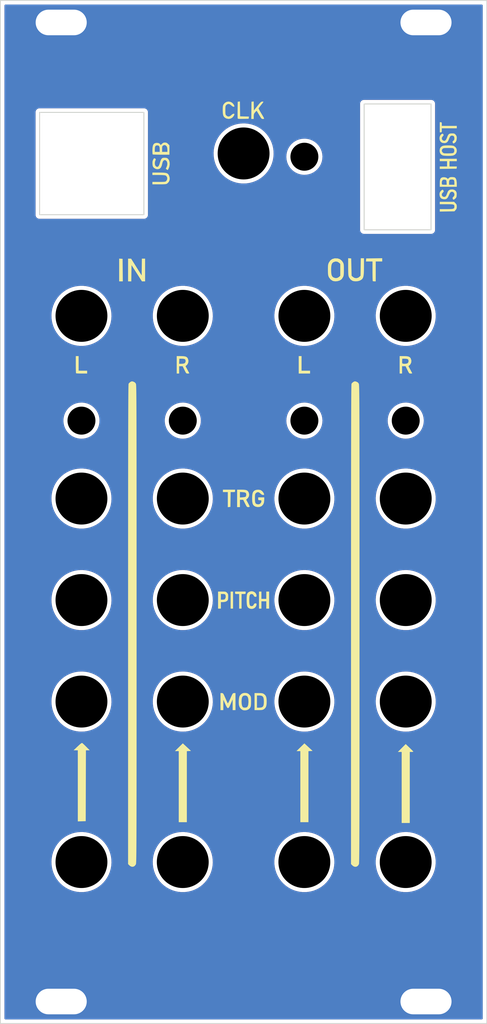
<source format=kicad_pcb>
(kicad_pcb (version 20211014) (generator pcbnew)
  (layers (0 "F.Cu" signal) (31 "B.Cu" signal) (34 "B.Paste" user) (35 "F.Paste" user) (36 "B.SilkS" user "B.Silkscreen") (37 "F.SilkS" user "F.Silkscreen") (38 "B.Mask" user) (39 "F.Mask" user) (44 "Edge.Cuts" user))
  (net 0 "")
  (net 1 "shielding")
  (footprint "Potentiometer:Bourns_PTV09A-X_Hole" (layer "F.Cu") (at 91.435 157.48)
    (fp_text reference "RV2" hide)
    (fp_text value "Channel_2_Mod_Input_Gain")
    (pad "" np_thru_hole circle (at 0 -7) (size 6.5 6.5) (drill 6.5) (layers *.Mask))
  )
  (footprint "Misc:LED_D3.0mm_Hole" (layer "F.Cu") (at 106.68 60.96 -90)
    (fp_text reference "D5" hide)
    (fp_text value "LED")
    (pad "" np_thru_hole circle (at 1.27 0 270) (size 3.5 3.5) (drill 3.5) (layers *.Mask))
  )
  (footprint "Potentiometer:Bourns_PTV09A-X_Hole" (layer "F.Cu") (at 106.675 157.48)
    (fp_text reference "RV3" hide)
    (fp_text value "Channel_1_Mod_Output_Gain")
    (pad "" np_thru_hole circle (at 0 -7) (size 6.5 6.5) (drill 6.5) (layers *.Mask))
  )
  (footprint "Misc:Screw_Slots" (layer "F.Cu") (at 76.2 106.68)
    (fp_text reference "REF**" hide)
    (fp_text value "Screw_Slots")
    (pad "1" thru_hole oval (at 0 -61.25) (size 7.4 4.2) (drill oval 6.4 3.2) (layers *.Cu *.Mask) (net 1 "shielding"))
    (pad "1" thru_hole oval (at 0 61.25) (size 7.4 4.2) (drill oval 6.4 3.2) (layers *.Cu *.Mask) (net 1 "shielding"))
  )
  (footprint "Perfboard:3.5mm Jack Perfboard_Hole" (layer "F.Cu") (at 106.68 104.14)
    (fp_text reference "OJ5" hide)
    (fp_text value "Input")
    (pad "" np_thru_hole circle (at 0 0.86) (size 6.5 6.5) (drill 6.5) (layers *.Mask))
  )
  (footprint "Perfboard:3.5mm Jack Perfboard_Hole" (layer "F.Cu") (at 119.38 116.84)
    (fp_text reference "OJ4" hide)
    (fp_text value "Input")
    (pad "" np_thru_hole circle (at 0 0.86) (size 6.5 6.5) (drill 6.5) (layers *.Mask))
  )
  (footprint "Perfboard:3.5mm Jack Perfboard_Hole" (layer "F.Cu") (at 106.68 129.54)
    (fp_text reference "OJ1" hide)
    (fp_text value "Input")
    (pad "" np_thru_hole circle (at 0 0.86) (size 6.5 6.5) (drill 6.5) (layers *.Mask))
  )
  (footprint "Potentiometer:Bourns_PTV09A-X_Hole" (layer "F.Cu") (at 119.375 157.48)
    (fp_text reference "RV4" hide)
    (fp_text value "Channel_2_Mod_Output_Gain")
    (pad "" np_thru_hole circle (at 0 -7) (size 6.5 6.5) (drill 6.5) (layers *.Mask))
  )
  (footprint "Perfboard:3.5mm Jack Perfboard_Hole" (layer "F.Cu") (at 106.68 81.28)
    (fp_text reference "OJ7" hide)
    (fp_text value "Input")
    (pad "" np_thru_hole circle (at 0 0.86) (size 6.5 6.5) (drill 6.5) (layers *.Mask))
  )
  (footprint "Perfboard:3.5mm Jack Perfboard_Hole" (layer "F.Cu") (at 91.44 104.14)
    (fp_text reference "IJ6" hide)
    (fp_text value "Input")
    (pad "" np_thru_hole circle (at 0 0.86) (size 6.5 6.5) (drill 6.5) (layers *.Mask))
  )
  (footprint "Perfboard:3.5mm Jack Perfboard_Hole" (layer "F.Cu") (at 119.38 104.14)
    (fp_text reference "OJ6" hide)
    (fp_text value "Input")
    (pad "" np_thru_hole circle (at 0 0.86) (size 6.5 6.5) (drill 6.5) (layers *.Mask))
  )
  (footprint "Perfboard:3.5mm Jack Perfboard_Hole" (layer "F.Cu") (at 91.44 81.28)
    (fp_text reference "IJ8" hide)
    (fp_text value "Input")
    (pad "" np_thru_hole circle (at 0 0.86) (size 6.5 6.5) (drill 6.5) (layers *.Mask))
  )
  (footprint "Perfboard:3.5mm Jack Perfboard_Hole" (layer "F.Cu") (at 78.74 104.14)
    (fp_text reference "IJ5" hide)
    (fp_text value "Input")
    (pad "" np_thru_hole circle (at 0 0.86) (size 6.5 6.5) (drill 6.5) (layers *.Mask))
  )
  (footprint "Teensy:USB_A_Upright" (layer "F.Cu") (at 114.3 63.5 -90)
    (fp_text reference "J2" hide)
    (fp_text value "USB_A")
    (fp_rect (start -7.874001 -8.25) (end 7.873999 0.132) (layer "Edge.Cuts") (width 0.12) (fill none))
  )
  (footprint "Perfboard:3.5mm Jack Perfboard_Hole" (layer "F.Cu") (at 119.38 81.28)
    (fp_text reference "OJ8" hide)
    (fp_text value "Input")
    (pad "" np_thru_hole circle (at 0 0.86) (size 6.5 6.5) (drill 6.5) (layers *.Mask))
  )
  (footprint "Misc:LED_D3.0mm_Hole" (layer "F.Cu") (at 105.41 95.25)
    (fp_text reference "D3" hide)
    (fp_text value "LED")
    (pad "" np_thru_hole circle (at 1.27 0) (size 3.5 3.5) (drill 3.5) (layers *.Mask))
  )
  (footprint "Misc:LED_D3.0mm_Hole" (layer "F.Cu") (at 90.17 95.25)
    (fp_text reference "D2" hide)
    (fp_text value "LED")
    (pad "" np_thru_hole circle (at 1.27 0) (size 3.5 3.5) (drill 3.5) (layers *.Mask))
  )
  (footprint "Perfboard:3.5mm Jack Perfboard_Hole" (layer "F.Cu") (at 91.44 116.84)
    (fp_text reference "IJ4" hide)
    (fp_text value "Input")
    (pad "" np_thru_hole circle (at 0 0.86) (size 6.5 6.5) (drill 6.5) (layers *.Mask))
  )
  (footprint "Misc:LED_D3.0mm_Hole" (layer "F.Cu") (at 77.47 95.25)
    (fp_text reference "D1" hide)
    (fp_text value "LED")
    (pad "" np_thru_hole circle (at 1.27 0) (size 3.5 3.5) (drill 3.5) (layers *.Mask))
  )
  (footprint "Perfboard:3.5mm Jack Perfboard_Hole" (layer "F.Cu") (at 78.74 81.28)
    (fp_text reference "IJ7" hide)
    (fp_text value "Input")
    (pad "" np_thru_hole circle (at 0 0.86) (size 6.5 6.5) (drill 6.5) (layers *.Mask))
  )
  (footprint "Perfboard:3.5mm Jack Perfboard_Hole" (layer "F.Cu") (at 78.74 116.84)
    (fp_text reference "IJ3" hide)
    (fp_text value "Input")
    (pad "" np_thru_hole circle (at 0 0.86) (size 6.5 6.5) (drill 6.5) (layers *.Mask))
  )
  (footprint "Misc:LED_D3.0mm_Hole" (layer "F.Cu") (at 118.11 95.25)
    (fp_text reference "D4" hide)
    (fp_text value "LED")
    (pad "" np_thru_hole circle (at 1.27 0) (size 3.5 3.5) (drill 3.5) (layers *.Mask))
  )
  (footprint "Potentiometer:Bourns_PTV09A-X_Hole" (layer "F.Cu") (at 78.74 157.48)
    (fp_text reference "RV1" hide)
    (fp_text value "Channel_1_Mod_Input_Gain")
    (pad "" np_thru_hole circle (at 0 -7) (size 6.5 6.5) (drill 6.5) (layers *.Mask))
  )
  (footprint "Perfboard:3.5mm Jack Perfboard_Hole" (layer "F.Cu") (at 78.74 129.54)
    (fp_text reference "IJ1" hide)
    (fp_text value "Input")
    (pad "" np_thru_hole circle (at 0 0.86) (size 6.5 6.5) (drill 6.5) (layers *.Mask))
  )
  (footprint "Perfboard:3.5mm Jack Perfboard_Hole" (layer "F.Cu") (at 91.44 129.54)
    (fp_text reference "IJ2" hide)
    (fp_text value "Input")
    (pad "" np_thru_hole circle (at 0 0.86) (size 6.5 6.5) (drill 6.5) (layers *.Mask))
  )
  (footprint "Connector_USB:USB_B_TE_5787834_Vertical" (layer "F.Cu") (at 81.28 60.96)
    (fp_text reference "J1" hide)
    (fp_text value "USB_B")
    (fp_rect (start -7.787374 -4.278271) (end 5.284198 8.524116) (layer "Edge.Cuts") (width 0.12) (fill none))
  )
  (footprint "Perfboard:3.5mm Jack Perfboard_Hole" (layer "F.Cu") (at 106.68 116.84)
    (fp_text reference "OJ3" hide)
    (fp_text value "Input")
    (pad "" np_thru_hole circle (at 0 0.86) (size 6.5 6.5) (drill 6.5) (layers *.Mask))
  )
  (footprint "Misc:Screw_Slots" (layer "F.Cu") (at 121.92 106.68)
    (fp_text reference "REF**" hide)
    (fp_text value "Screw_Slots")
    (pad "1" thru_hole oval (at 0 61.25) (size 7.4 4.2) (drill oval 6.4 3.2) (layers *.Cu *.Mask) (net 1 "shielding"))
    (pad "1" thru_hole oval (at 0 -61.25) (size 7.4 4.2) (drill oval 6.4 3.2) (layers *.Cu *.Mask) (net 1 "shielding"))
  )
  (footprint "Perfboard:3.5mm Jack Perfboard_Hole" (layer "F.Cu") (at 99.06 60.96)
    (fp_text reference "OJ9" hide)
    (fp_text value "Input")
    (pad "" np_thru_hole circle (at 0 0.86) (size 6.5 6.5) (drill 6.5) (layers *.Mask))
  )
  (footprint "Perfboard:3.5mm Jack Perfboard_Hole" (layer "F.Cu") (at 119.38 129.54)
    (fp_text reference "OJ2" hide)
    (fp_text value "Input")
    (pad "" np_thru_hole circle (at 0 0.86) (size 6.5 6.5) (drill 6.5) (layers *.Mask))
  )
  (footprint "LOGO" (layer "F.Cu") (at 99.06 106.68)
    (fp_text reference "G***" hide)
    (fp_text value "LOGO" hide)
    (fp_poly (pts (xy 26.548079 -38.63848) (xy 26.655091 -38.517091) (xy 26.705986 -38.403372) (xy 26.720518 -38.248028) (xy 26.7208 -38.207482) (xy 26.708721 -38.028159) (xy 26.660812 -37.898634) (xy 26.57268 -37.783302) (xy 26.424561 -37.6174) (xy 25.50588 -37.601494) (xy 24.5872 -37.585587) (xy 24.5872 -37.8968) (xy 25.421771 -37.8968) (xy 25.763337 -37.898762) (xy 26.01648 -37.9075) (xy 26.194343 -37.927294) (xy 26.310073 -37.962422) (xy 26.376815 -38.017165) (xy 26.407714 -38.095802) (xy 26.415914 -38.202612) (xy 26.416 -38.220469) (xy 26.411397 -38.319362) (xy 26.388694 -38.392385) (xy 26.334549 -38.443449) (xy 26.235619 -38.476466) (xy 26.078561 -38.495346) (xy 25.850034 -38.504001) (xy 25.536696 -38.506343) (xy 25.44064 -38.5064) (xy 24.5872 -38.5064) (xy 24.5872 -38.8112) (xy 26.37536 -38.8112)) (layer "F.SilkS") (width 0) (fill solid))
    (fp_poly (pts (xy 2.051605 -2.765673) (xy 2.182917 -2.718567) (xy 2.354188 -2.585318) (xy 2.497187 -2.394269) (xy 2.562158 -2.2479) (xy 2.574759 -2.168744) (xy 2.527995 -2.138035) (xy 2.438411 -2.1336) (xy 2.296669 -2.164039) (xy 2.155806 -2.266605) (xy 2.11149 -2.3114) (xy 1.938556 -2.448989) (xy 1.773189 -2.485639) (xy 1.613271 -2.42155) (xy 1.54709 -2.36451) (xy 1.49071 -2.301027) (xy 1.454457 -2.231082) (xy 1.433927 -2.131693) (xy 1.424716 -1.979878) (xy 1.42242 -1.752656) (xy 1.4224 -1.713819) (xy 1.427289 -1.436797) (xy 1.446428 -1.243296) (xy 1.486526 -1.115518) (xy 1.554288 -1.035665) (xy 1.656423 -0.985938) (xy 1.701858 -0.972268) (xy 1.907707 -0.960058) (xy 2.07784 -1.032952) (xy 2.193315 -1.176683) (xy 2.2352 -1.373991) (xy 2.217298 -1.439072) (xy 2.146086 -1.467791) (xy 2.032 -1.4732) (xy 1.901898 -1.478583) (xy 1.84408 -1.511818) (xy 1.829254 -1.598536) (xy 1.8288 -1.651) (xy 1.8288 -1.8288) (xy 2.5908 -1.8288) (xy 2.590721 -1.5113) (xy 2.558821 -1.194737) (xy 2.460158 -0.94805) (xy 2.290023 -0.760667) (xy 2.240387 -0.724913) (xy 2.019821 -0.632967) (xy 1.764523 -0.611949) (xy 1.513542 -0.662936) (xy 1.425532 -0.702426) (xy 1.280966 -0.801004) (xy 1.179141 -0.928136) (xy 1.113735 -1.101285) (xy 1.078425 -1.337915) (xy 1.066889 -1.655491) (xy 1.0668 -1.693331) (xy 1.076403 -2.027113) (xy 1.108899 -2.277825) (xy 1.169816 -2.462502) (xy 1.264683 -2.598179) (xy 1.392934 -2.698208) (xy 1.585281 -2.769179) (xy 1.820572 -2.792073)) (layer "F.SilkS") (width 0) (fill solid))
    (fp_poly (pts (xy -10.243307 -42.465452) (xy -9.961225 -42.452358) (xy -9.751253 -42.424949) (xy -9.59871 -42.378653) (xy -9.488919 -42.308899) (xy -9.407199 -42.211116) (xy -9.338872 -42.080733) (xy -9.334511 -42.070944) (xy -9.258294 -41.792825) (xy -9.274077 -41.528175) (xy -9.377695 -41.293262) (xy -9.56498 -41.104353) (xy -9.585703 -41.090226) (xy -9.650563 -41.054949) (xy -9.732624 -41.02962) (xy -9.848665 -41.012648) (xy -10.015465 -41.002439) (xy -10.249804 -40.9974) (xy -10.56846 -40.99594) (xy -10.5791 -40.995935) (xy -11.43 -40.9956) (xy -11.43 -41.3004) (xy -10.6172 -41.3004) (xy -10.309327 -41.301378) (xy -10.08651 -41.305522) (xy -9.932213 -41.314648) (xy -9.829902 -41.330574) (xy -9.763041 -41.355115) (xy -9.715095 -41.390088) (xy -9.704093 -41.400708) (xy -9.59806 -41.565031) (xy -9.56675 -41.749708) (xy -9.606851 -41.925793) (xy -9.715053 -42.06434) (xy -9.784824 -42.106611) (xy -9.888968 -42.129851) (xy -10.078845 -42.147842) (xy -10.338674 -42.159562) (xy -10.652678 -42.163989) (xy -10.670391 -42.164) (xy -11.43 -42.164) (xy -11.43 -42.4688) (xy -10.612178 -42.4688)) (layer "F.SilkS") (width 0) (fill solid))
    (fp_poly (pts (xy -12.3444 -28.8544) (xy -12.740069 -28.8544) (xy -13.393135 -29.870121) (xy -14.0462 -30.885841) (xy -14.059952 -29.870121) (xy -14.073704 -28.8544) (xy -14.478 -28.8544) (xy -14.478 -31.6992) (xy -14.097 -31.69885) (xy -13.4366 -30.647501) (xy -12.7762 -29.596151) (xy -12.76247 -30.647676) (xy -12.748739 -31.6992) (xy -12.3444 -31.6992)) (layer "F.SilkS") (width 0) (fill solid))
    (fp_poly (pts (xy 0.033624 -2.786006) (xy 0.259331 -2.757403) (xy 0.420802 -2.701265) (xy 0.536257 -2.610661) (xy 0.623915 -2.478664) (xy 0.639919 -2.446259) (xy 0.704108 -2.202595) (xy 0.672213 -1.964073) (xy 0.548244 -1.751409) (xy 0.494713 -1.696676) (xy 0.322757 -1.53909) (xy 0.541738 -1.137845) (xy 0.639464 -0.952196) (xy 0.714866 -0.796433) (xy 0.756593 -0.694579) (xy 0.761359 -0.6731) (xy 0.715632 -0.627475) (xy 0.591203 -0.60963) (xy 0.584709 -0.6096) (xy 0.502237 -0.613706) (xy 0.439006 -0.637096) (xy 0.380234 -0.696379) (xy 0.311139 -0.808164) (xy 0.216938 -0.98906) (xy 0.1778 -1.0668) (xy -0.05182 -1.524) (xy -0.4572 -1.524) (xy -0.4572 -0.6096) (xy -0.8128 -0.6096) (xy -0.8128 -2.501036) (xy -0.4572 -2.501036) (xy -0.4572 -1.816965) (xy -0.127142 -1.837981) (xy 0.050767 -1.856097) (xy 0.188921 -1.882605) (xy 0.252906 -1.908987) (xy 0.316687 -2.030688) (xy 0.335542 -2.189864) (xy 0.305141 -2.332031) (xy 0.288695 -2.359402) (xy 0.217944 -2.419027) (xy 0.097829 -2.456136) (xy -0.096398 -2.477993) (xy -0.120859 -2.47962) (xy -0.4572 -2.501036) (xy -0.8128 -2.501036) (xy -0.8128 -2.794) (xy -0.274539 -2.794)) (layer "F.SilkS") (width 0) (fill solid))
    (fp_poly (pts (xy 14.105719 -16.315191) (xy 14.142054 -16.302838) (xy 14.318075 -16.211428) (xy 14.431957 -16.068088) (xy 14.439821 -16.0528) (xy 14.446024 -16.037072) (xy 14.451932 -16.013709) (xy 14.457553 -15.980286) (xy 14.462893 -15.934383) (xy 14.46796 -15.873577) (xy 14.472761 -15.795445) (xy 14.477302 -15.697564) (xy 14.481592 -15.577512) (xy 14.485637 -15.432866) (xy 14.489444 -15.261204) (xy 14.493021 -15.060103) (xy 14.496375 -14.827141) (xy 14.499512 -14.559895) (xy 14.502441 -14.255943) (xy 14.505168 -13.912861) (xy 14.5077 -13.528228) (xy 14.510045 -13.09962) (xy 14.512209 -12.624616) (xy 14.514201 -12.100792) (xy 14.516026 -11.525727) (xy 14.517693 -10.896997) (xy 14.519208 -10.21218) (xy 14.520579 -9.468853) (xy 14.521812 -8.664595) (xy 14.522915 -7.796981) (xy 14.523896 -6.863591) (xy 14.52476 -5.862) (xy 14.525516 -4.789787) (xy 14.526171 -3.644529) (xy 14.526731 -2.423804) (xy 14.527204 -1.125188) (xy 14.527597 0.25374) (xy 14.527917 1.715403) (xy 14.528171 3.262225) (xy 14.528367 4.896626) (xy 14.528512 6.621031) (xy 14.528613 8.437861) (xy 14.528676 10.349539) (xy 14.52871 12.358488) (xy 14.528721 14.009731) (xy 14.5287 16.128006) (xy 14.528622 18.146972) (xy 14.528483 20.068922) (xy 14.528276 21.896147) (xy 14.527996 23.630941) (xy 14.527638 25.275593) (xy 14.527196 26.832396) (xy 14.526666 28.303643) (xy 14.526041 29.691624) (xy 14.525316 30.998632) (xy 14.524486 32.226958) (xy 14.523545 33.378895) (xy 14.522488 34.456734) (xy 14.52131 35.462767) (xy 14.520005 36.399287) (xy 14.518568 37.268584) (xy 14.516993 38.07295) (xy 14.515275 38.814678) (xy 14.513409 39.49606) (xy 14.511389 40.119387) (xy 14.50921 40.68695) (xy 14.506867 41.201043) (xy 14.504353 41.663957) (xy 14.501664 42.077983) (xy 14.498794 42.445413) (xy 14.495739 42.76854) (xy 14.492491 43.049655) (xy 14.489047 43.291051) (xy 14.4854 43.495018) (xy 14.481546 43.663848) (xy 14.477478 43.799835) (xy 14.473192 43.905269) (xy 14.468682 43.982442) (xy 14.463943 44.033646) (xy 14.458969 44.061173) (xy 14.457966 44.063992) (xy 14.330775 44.261512) (xy 14.161 44.374172) (xy 13.967084 44.398331) (xy 13.767471 44.330349) (xy 13.63472 44.22648) (xy 13.462 44.053759) (xy 13.462748 14.06398) (xy 13.462841 11.89637) (xy 13.463013 9.828318) (xy 13.463267 7.857782) (xy 13.463607 5.982718) (xy 13.464039 4.201086) (xy 13.464567 2.510841) (xy 13.465194 0.909942) (xy 13.465925 -0.603654) (xy 13.466765 -2.031988) (xy 13.467717 -3.377103) (xy 13.468787 -4.641042) (xy 13.469978 -5.825847) (xy 13.471294 -6.93356) (xy 13.472741 -7.966224) (xy 13.474322 -8.925881) (xy 13.476042 -9.814573) (xy 13.477904 -10.634342) (xy 13.479914 -11.387232) (xy 13.482075 -12.075284) (xy 13.484393 -12.700541) (xy 13.48687 -13.265045) (xy 13.489512 -13.770838) (xy 13.492323 -14.219963) (xy 13.495307 -14.614462) (xy 13.498468 -14.956378) (xy 13.501812 -15.247753) (xy 13.505341 -15.490628) (xy 13.509061 -15.687048) (xy 13.512975 -15.839053) (xy 13.517089 -15.948686) (xy 13.521406 -16.01799) (xy 13.52593 -16.049007) (xy 13.526362 -16.05002) (xy 13.612473 -16.158705) (xy 13.741239 -16.262454) (xy 13.761168 -16.274657) (xy 13.880389 -16.335273) (xy 13.977904 -16.347501)) (layer "F.SilkS") (width 0) (fill solid))
    (fp_poly (pts (xy -1.0668 -2.6416) (xy -1.071527 -2.554344) (xy -1.102413 -2.509008) (xy -1.184516 -2.491869) (xy -1.342895 -2.489201) (xy -1.345055 -2.4892) (xy -1.623309 -2.4892) (xy -1.637155 -1.5621) (xy -1.651 -0.635) (xy -1.8161 -0.619082) (xy -1.9812 -0.603163) (xy -1.9812 -2.4892) (xy -2.5908 -2.4892) (xy -2.5908 -2.794) (xy -1.0668 -2.794)) (layer "F.SilkS") (width 0) (fill solid))
    (fp_poly (pts (xy 24.792569 -48.758526) (xy 24.829699 -48.711952) (xy 24.840714 -48.601059) (xy 24.8412 -48.5394) (xy 24.8412 -48.3108) (xy 26.7208 -48.3108) (xy 26.7208 -48.006) (xy 24.8412 -48.006) (xy 24.8412 -47.752) (xy 24.837082 -47.601254) (xy 24.816068 -47.52605) (xy 24.765168 -47.500407) (xy 24.7142 -47.498) (xy 24.5872 -47.498) (xy 24.5872 -48.768) (xy 24.7142 -48.768)) (layer "F.SilkS") (width 0) (fill solid))
    (fp_poly (pts (xy 20.378805 -19.498059) (xy 20.606278 -19.466648) (xy 20.768416 -19.406985) (xy 20.882696 -19.313089) (xy 20.95414 -19.204063) (xy 21.030541 -18.955535) (xy 21.013273 -18.70714) (xy 20.906672 -18.481342) (xy 20.790516 -18.356473) (xy 20.661004 -18.247146) (xy 20.896902 -17.810856) (xy 20.997487 -17.622339) (xy 21.07671 -17.469127) (xy 21.124059 -17.371817) (xy 21.1328 -17.348683) (xy 21.087837 -17.332114) (xy 20.976213 -17.32326) (xy 20.94005 -17.3228) (xy 20.851226 -17.325693) (xy 20.785587 -17.345468) (xy 20.727953 -17.398774) (xy 20.663146 -17.502259) (xy 20.575989 -17.672569) (xy 20.5232 -17.78) (xy 20.299099 -18.2372) (xy 19.8628 -18.2372) (xy 19.8628 -17.3228) (xy 19.558 -17.3228) (xy 19.558 -18.769269) (xy 19.868388 -18.769269) (xy 19.876031 -18.645837) (xy 19.883567 -18.611955) (xy 19.949273 -18.566682) (xy 20.080767 -18.543937) (xy 20.244869 -18.543276) (xy 20.408396 -18.56425) (xy 20.53817 -18.606416) (xy 20.562696 -18.621081) (xy 20.647532 -18.733674) (xy 20.676672 -18.885367) (xy 20.647465 -19.031955) (xy 20.591814 -19.107096) (xy 20.485449 -19.149732) (xy 20.306534 -19.173534) (xy 20.198114 -19.176816) (xy 19.8882 -19.177) (xy 19.872461 -18.929455) (xy 19.868388 -18.769269) (xy 19.558 -18.769269) (xy 19.558 -19.5072) (xy 20.068522 -19.5072)) (layer "F.SilkS") (width 0) (fill solid))
    (fp_poly (pts (xy 1.159709 9.929887) (xy 1.359456 10.017024) (xy 1.516367 10.163087) (xy 1.609317 10.35627) (xy 1.6256 10.487677) (xy 1.608257 10.582156) (xy 1.535531 10.615018) (xy 1.482367 10.6172) (xy 1.369705 10.594125) (xy 1.293156 10.507049) (xy 1.266467 10.4521) (xy 1.188981 10.329424) (xy 1.078454 10.277652) (xy 1.03358 10.271445) (xy 0.908392 10.276632) (xy 0.818933 10.328491) (xy 0.759943 10.439295) (xy 0.726161 10.621316) (xy 0.712327 10.886826) (xy 0.7112 11.0236) (xy 0.718335 11.327138) (xy 0.743248 11.542124) (xy 0.791199 11.680828) (xy 0.867448 11.755524) (xy 0.977254 11.778483) (xy 1.03358 11.775754) (xy 1.161447 11.739133) (xy 1.244624 11.640646) (xy 1.266467 11.5951) (xy 1.338491 11.476943) (xy 1.433426 11.432884) (xy 1.482367 11.43) (xy 1.586719 11.445552) (xy 1.623076 11.511423) (xy 1.6256 11.561861) (xy 1.580015 11.75751) (xy 1.459698 11.93735) (xy 1.289954 12.064179) (xy 1.071853 12.131844) (xy 0.858111 12.113821) (xy 0.727187 12.066846) (xy 0.598591 11.993529) (xy 0.504985 11.891896) (xy 0.441413 11.746649) (xy 0.402921 11.542489) (xy 0.384552 11.26412) (xy 0.381 10.9982) (xy 0.385983 10.675431) (xy 0.404755 10.436531) (xy 0.443043 10.264089) (xy 0.50658 10.140693) (xy 0.601094 10.048932) (xy 0.716221 9.979603) (xy 0.938254 9.913478)) (layer "F.SilkS") (width 0) (fill solid))
    (fp_poly (pts (xy -9.704298 -44.31301) (xy -9.579694 -44.274989) (xy -9.477722 -44.199309) (xy -9.3442 -44.00873) (xy -9.271103 -43.760235) (xy -9.2601 -43.478799) (xy -9.312861 -43.189395) (xy -9.396228 -42.980275) (xy -9.461154 -42.857734) (xy -9.504746 -42.78425) (xy -9.513333 -42.77473) (xy -9.557176 -42.80282) (xy -9.639941 -42.864332) (xy -9.754882 -42.952804) (xy -9.652641 -43.153344) (xy -9.56949 -43.393623) (xy -9.555692 -43.632096) (xy -9.611127 -43.838785) (xy -9.655688 -43.90975) (xy -9.784924 -44.017376) (xy -9.917119 -44.032216) (xy -10.038273 -43.961658) (xy -10.134382 -43.81309) (xy -10.186113 -43.629873) (xy -10.265355 -43.307635) (xy -10.379917 -43.078742) (xy -10.529212 -42.944363) (xy -10.530165 -42.943869) (xy -10.749457 -42.884054) (xy -10.978962 -42.912337) (xy -11.18904 -43.023361) (xy -11.244952 -43.073106) (xy -11.334099 -43.176349) (xy -11.384933 -43.285407) (xy -11.411295 -43.438026) (xy -11.420172 -43.550959) (xy -11.423962 -43.765999) (xy -11.397522 -43.928504) (xy -11.333193 -44.085001) (xy -11.331829 -44.087681) (xy -11.255723 -44.217932) (xy -11.188625 -44.262434) (xy -11.102814 -44.230166) (xy -11.037638 -44.182981) (xy -11.003805 -44.126138) (xy -11.030011 -44.031602) (xy -11.050338 -43.990213) (xy -11.110665 -43.805464) (xy -11.125141 -43.600299) (xy -11.095195 -43.412606) (xy -11.0236 -43.2816) (xy -10.884162 -43.185775) (xy -10.758241 -43.190588) (xy -10.645927 -43.29597) (xy -10.547307 -43.501849) (xy -10.486189 -43.706841) (xy -10.424908 -43.904804) (xy -10.35056 -44.080389) (xy -10.283681 -44.189441) (xy -10.19907 -44.269478) (xy -10.099474 -44.309586) (xy -9.947228 -44.322515) (xy -9.889092 -44.323)) (layer "F.SilkS") (width 0) (fill solid))
    (fp_poly (pts (xy 13.4874 -31.7246) (xy 13.5128 -30.640819) (xy 13.5382 -29.557037) (xy 13.704101 -29.408919) (xy 13.911957 -29.284359) (xy 14.137084 -29.253921) (xy 14.358503 -29.317606) (xy 14.489898 -29.408937) (xy 14.6558 -29.557073) (xy 14.671299 -30.653537) (xy 14.686799 -31.75) (xy 15.0876 -31.75) (xy 15.086484 -30.6705) (xy 15.0828 -30.233083) (xy 15.069999 -29.884566) (xy 15.043953 -29.612372) (xy 15.000531 -29.403924) (xy 14.935605 -29.246645) (xy 14.845045 -29.127957) (xy 14.724722 -29.035283) (xy 14.570506 -28.956047) (xy 14.515872 -28.932538) (xy 14.303933 -28.877182) (xy 14.052775 -28.859096) (xy 13.808943 -28.878624) (xy 13.6398 -28.926112) (xy 13.412817 -29.081386) (xy 13.235829 -29.318479) (xy 13.185024 -29.424962) (xy 13.157188 -29.512306) (xy 13.136412 -29.632148) (xy 13.121821 -29.798508) (xy 13.11254 -30.025409) (xy 13.107694 -30.326871) (xy 13.1064 -30.684635) (xy 13.1064 -31.756134)) (layer "F.SilkS") (width 0) (fill solid))
    (fp_poly (pts (xy -20.6756 -17.6784) (xy -19.6088 -17.6784) (xy -19.6088 -17.3228) (xy -20.286134 -17.3228) (xy -20.538861 -17.325211) (xy -20.75401 -17.331811) (xy -20.911693 -17.341655) (xy -20.992027 -17.353794) (xy -20.997334 -17.356667) (xy -21.007464 -17.41545) (xy -21.016385 -17.560288) (xy -21.023614 -17.775638) (xy -21.02867 -18.045959) (xy -21.03107 -18.355709) (xy -21.0312 -18.448867) (xy -21.0312 -19.5072) (xy -20.6756 -19.5072)) (layer "F.SilkS") (width 0) (fill solid))
    (fp_poly (pts (xy -1.3208 12.0904) (xy -1.6256 12.0904) (xy -1.6256 9.9568) (xy -1.3208 9.9568)) (layer "F.SilkS") (width 0) (fill solid))
    (fp_poly (pts (xy -13.834281 -16.315191) (xy -13.797946 -16.302838) (xy -13.621925 -16.211428) (xy -13.508043 -16.068088) (xy -13.500179 -16.0528) (xy -13.493977 -16.037075) (xy -13.48807 -16.013715) (xy -13.48245 -15.980297) (xy -13.477111 -15.9344) (xy -13.472045 -15.873602) (xy -13.467245 -15.795481) (xy -13.462704 -15.697614) (xy -13.458415 -15.577579) (xy -13.454371 -15.432955) (xy -13.450564 -15.261319) (xy -13.446988 -15.060249) (xy -13.443635 -14.827323) (xy -13.440499 -14.560118) (xy -13.437571 -14.256214) (xy -13.434845 -13.913187) (xy -13.432314 -13.528615) (xy -13.42997 -13.100077) (xy -13.427806 -12.62515) (xy -13.425816 -12.101412) (xy -13.423992 -11.526441) (xy -13.422326 -10.897815) (xy -13.420813 -10.213112) (xy -13.419444 -9.469909) (xy -13.418212 -8.665786) (xy -13.417111 -7.798318) (xy -13.416133 -6.865085) (xy -13.41527 -5.863664) (xy -13.414517 -4.791633) (xy -13.413865 -3.646571) (xy -13.413308 -2.426054) (xy -13.412838 -1.127661) (xy -13.412448 0.251031) (xy -13.412131 1.712443) (xy -13.411881 3.258997) (xy -13.411688 4.893116) (xy -13.411548 6.617222) (xy -13.411452 8.433737) (xy -13.411393 10.345082) (xy -13.411364 12.353681) (xy -13.411358 14.0208) (xy -13.411368 16.108406) (xy -13.411402 18.096835) (xy -13.411468 19.988508) (xy -13.411573 21.785847) (xy -13.411723 23.491275) (xy -13.411927 25.107213) (xy -13.412191 26.636083) (xy -13.412522 28.080307) (xy -13.412927 29.442308) (xy -13.413415 30.724507) (xy -13.413991 31.929327) (xy -13.414663 33.05919) (xy -13.415438 34.116517) (xy -13.416323 35.103731) (xy -13.417326 36.023253) (xy -13.418454 36.877507) (xy -13.419713 37.668913) (xy -13.421111 38.399895) (xy -13.422655 39.072873) (xy -13.424353 39.69027) (xy -13.42621 40.254509) (xy -13.428235 40.76801) (xy -13.430435 41.233197) (xy -13.432817 41.652491) (xy -13.435388 42.028315) (xy -13.438154 42.363089) (xy -13.441124 42.659238) (xy -13.444305 42.919181) (xy -13.447703 43.145343) (xy -13.451326 43.340143) (xy -13.45518 43.506006) (xy -13.459274 43.645352) (xy -13.463614 43.760604) (xy -13.468207 43.854184) (xy -13.473061 43.928514) (xy -13.478182 43.986015) (xy -13.483578 44.029111) (xy -13.489257 44.060222) (xy -13.495224 44.081772) (xy -13.500179 44.093693) (xy -13.640338 44.281128) (xy -13.817721 44.380788) (xy -14.014251 44.389692) (xy -14.21185 44.304858) (xy -14.305281 44.22648) (xy -14.478 44.053759) (xy -14.477252 14.06398) (xy -14.477159 11.89637) (xy -14.476987 9.828318) (xy -14.476733 7.857782) (xy -14.476393 5.982718) (xy -14.475961 4.201086) (xy -14.475433 2.510841) (xy -14.474806 0.909942) (xy -14.474075 -0.603654) (xy -14.473235 -2.031988) (xy -14.472283 -3.377103) (xy -14.471213 -4.641042) (xy -14.470022 -5.825847) (xy -14.468706 -6.93356) (xy -14.467259 -7.966224) (xy -14.465678 -8.925881) (xy -14.463958 -9.814573) (xy -14.462096 -10.634342) (xy -14.460086 -11.387232) (xy -14.457925 -12.075284) (xy -14.455607 -12.700541) (xy -14.45313 -13.265045) (xy -14.450488 -13.770838) (xy -14.447677 -14.219963) (xy -14.444693 -14.614462) (xy -14.441532 -14.956378) (xy -14.438188 -15.247753) (xy -14.434659 -15.490628) (xy -14.430939 -15.687048) (xy -14.427025 -15.839053) (xy -14.422911 -15.948686) (xy -14.418594 -16.01799) (xy -14.41407 -16.049007) (xy -14.413638 -16.05002) (xy -14.327527 -16.158705) (xy -14.198761 -16.262454) (xy -14.178832 -16.274657) (xy -14.059611 -16.335273) (xy -13.962096 -16.347501)) (layer "F.SilkS") (width 0) (fill solid))
    (fp_poly (pts (xy -2.658816 22.659782) (xy -2.604132 22.678542) (xy -2.55331 22.727801) (xy -2.495944 22.822282) (xy -2.421626 22.976705) (xy -2.319952 23.205791) (xy -2.287883 23.2791) (xy -2.184801 23.512172) (xy -2.094341 23.711642) (xy -2.025093 23.858935) (xy -1.985643 23.935474) (xy -1.9819 23.940877) (xy -1.950547 23.91152) (xy -1.887311 23.804068) (xy -1.800274 23.633835) (xy -1.697516 23.416138) (xy -1.653545 23.318577) (xy -1.537425 23.059034) (xy -1.452544 22.878148) (xy -1.388902 22.761717) (xy -1.336502 22.695544) (xy -1.285344 22.665427) (xy -1.225431 22.657169) (xy -1.187562 22.6568) (xy -1.016 22.6568) (xy -1.016 24.7904) (xy -1.3716 24.7904) (xy -1.375392 23.4442) (xy -1.582356 23.9268) (xy -1.691767 24.17757) (xy -1.773047 24.348857) (xy -1.835876 24.455479) (xy -1.889939 24.512254) (xy -1.944917 24.533999) (xy -1.980693 24.5364) (xy -2.038756 24.502891) (xy -2.114632 24.396621) (xy -2.213667 24.208967) (xy -2.303629 24.0157) (xy -2.537914 23.495) (xy -2.54 24.7904) (xy -2.8956 24.7904) (xy -2.8956 22.6568) (xy -2.727766 22.6568)) (layer "F.SilkS") (width 0) (fill solid))
    (fp_poly (pts (xy -15.1638 -31.6738) (xy -15.150297 -30.2641) (xy -15.136793 -28.8544) (xy -15.5956 -28.8544) (xy -15.5956 -31.705042)) (layer "F.SilkS") (width 0) (fill solid))
    (fp_poly (pts (xy 0.254 10.1092) (xy 0.24845 10.199417) (xy 0.21433 10.244405) (xy 0.125431 10.259888) (xy 0 10.2616) (xy -0.254 10.2616) (xy -0.254 12.0904) (xy -0.5588 12.0904) (xy -0.5588 10.2616) (xy -0.8128 10.2616) (xy -0.963162 10.25827) (xy -1.038142 10.237798) (xy -1.063948 10.184458) (xy -1.0668 10.1092) (xy -1.0668 9.9568) (xy 0.254 9.9568)) (layer "F.SilkS") (width 0) (fill solid))
    (fp_poly (pts (xy 1.2954 -50.246376) (xy 1.7272 -50.789888) (xy 1.907577 -51.013404) (xy 2.041118 -51.167995) (xy 2.141424 -51.266409) (xy 2.222094 -51.321392) (xy 2.296728 -51.34569) (xy 2.3241 -51.349319) (xy 2.436051 -51.349093) (xy 2.488578 -51.327285) (xy 2.489137 -51.323919) (xy 2.458864 -51.26902) (xy 2.377633 -51.155673) (xy 2.259741 -51.003305) (xy 2.184337 -50.909766) (xy 2.052143 -50.742888) (xy 1.948878 -50.602738) (xy 1.888915 -50.509338) (xy 1.8796 -50.485286) (xy 1.904535 -50.424226) (xy 1.972581 -50.295067) (xy 2.073594 -50.116235) (xy 2.197432 -49.906156) (xy 2.208504 -49.887751) (xy 2.36714 -49.62377) (xy 2.477416 -49.434552) (xy 2.543102 -49.307653) (xy 2.56797 -49.230631) (xy 2.55579 -49.191043) (xy 2.510334 -49.176445) (xy 2.435372 -49.174394) (xy 2.424693 -49.1744) (xy 2.345456 -49.178817) (xy 2.281076 -49.202135) (xy 2.217214 -49.259461) (xy 2.139526 -49.3659) (xy 2.033673 -49.536557) (xy 1.954441 -49.6697) (xy 1.83579 -49.869169) (xy 1.736293 -50.034724) (xy 1.667177 -50.147795) (xy 1.640338 -50.18921) (xy 1.599023 -50.168045) (xy 1.515219 -50.087724) (xy 1.446664 -50.01141) (xy 1.348867 -49.886173) (xy 1.2966 -49.775144) (xy 1.275632 -49.636017) (xy 1.271907 -49.4919) (xy 1.27 -49.1744) (xy 0.963179 -49.1744) (xy 0.976889 -50.2539) (xy 0.9906 -51.3334) (xy 1.266612 -51.365222)) (layer "F.SilkS") (width 0) (fill solid))
    (fp_poly (pts (xy 7.2644 -17.6784) (xy 8.3312 -17.6784) (xy 8.3312 -17.3228) (xy 6.9088 -17.3228) (xy 6.9088 -19.5072) (xy 7.2644 -19.5072)) (layer "F.SilkS") (width 0) (fill solid))
    (fp_poly (pts (xy 26.7208 -43.8912) (xy 25.8064 -43.8912) (xy 25.8064 -43.2308) (xy 26.727548 -43.2308) (xy 26.6954 -42.9514) (xy 25.6413 -42.93767) (xy 24.5872 -42.923939) (xy 24.5872 -43.2308) (xy 25.5016 -43.2308) (xy 25.5016 -43.8912) (xy 24.5872 -43.8912) (xy 24.5872 -44.196) (xy 26.7208 -44.196)) (layer "F.SilkS") (width 0) (fill solid))
    (fp_poly (pts (xy 11.792249 -31.726613) (xy 12.077449 -31.628012) (xy 12.308716 -31.443339) (xy 12.459882 -31.224499) (xy 12.505433 -31.129645) (xy 12.536769 -31.031576) (xy 12.556429 -30.909245) (xy 12.566949 -30.741603) (xy 12.570868 -30.507602) (xy 12.571061 -30.3022) (xy 12.568745 -30.009026) (xy 12.561553 -29.796565) (xy 12.547005 -29.643956) (xy 12.522624 -29.530342) (xy 12.485931 -29.434863) (xy 12.462401 -29.3878) (xy 12.37381 -29.241062) (xy 12.283099 -29.122052) (xy 12.259046 -29.097638) (xy 12.045713 -28.964039) (xy 11.778851 -28.882135) (xy 11.495535 -28.857644) (xy 11.232838 -28.896284) (xy 11.1506 -28.926685) (xy 10.900208 -29.093008) (xy 10.709736 -29.341013) (xy 10.663334 -29.433265) (xy 10.621809 -29.544663) (xy 10.59387 -29.677102) (xy 10.577116 -29.852425) (xy 10.569145 -30.092473) (xy 10.567536 -30.3022) (xy 10.973366 -30.3022) (xy 10.982404 -29.97317) (xy 11.012547 -29.728484) (xy 11.068336 -29.552248) (xy 11.154314 -29.428565) (xy 11.242617 -29.359948) (xy 11.474283 -29.269696) (xy 11.702901 -29.276117) (xy 11.912574 -29.378105) (xy 11.949898 -29.409033) (xy 12.1158 -29.557266) (xy 12.1158 -31.047135) (xy 11.949898 -31.195368) (xy 11.745771 -31.315863) (xy 11.5196 -31.341006) (xy 11.287281 -31.269692) (xy 11.242617 -31.244453) (xy 11.130664 -31.150073) (xy 11.052352 -31.015217) (xy 11.003138 -30.82399) (xy 10.978479 -30.560496) (xy 10.973366 -30.3022) (xy 10.567536 -30.3022) (xy 10.567515 -30.304926) (xy 10.568636 -30.583808) (xy 10.575227 -30.784523) (xy 10.590491 -30.930482) (xy 10.617626 -31.045094) (xy 10.659833 -31.151767) (xy 10.692532 -31.219326) (xy 10.867742 -31.475382) (xy 11.09495 -31.644768) (xy 11.379076 -31.730845) (xy 11.452981 -31.739211)) (layer "F.SilkS") (width 0) (fill solid))
    (fp_poly (pts (xy -7.561195 -19.498059) (xy -7.333722 -19.466648) (xy -7.171584 -19.406985) (xy -7.057304 -19.313089) (xy -6.98586 -19.204063) (xy -6.909459 -18.955535) (xy -6.926727 -18.70714) (xy -7.033328 -18.481342) (xy -7.149484 -18.356473) (xy -7.278996 -18.247146) (xy -7.043098 -17.810856) (xy -6.942513 -17.622339) (xy -6.86329 -17.469127) (xy -6.815941 -17.371817) (xy -6.8072 -17.348683) (xy -6.852163 -17.332114) (xy -6.963787 -17.32326) (xy -6.99995 -17.3228) (xy -7.088774 -17.325693) (xy -7.154413 -17.345468) (xy -7.212047 -17.398774) (xy -7.276854 -17.502259) (xy -7.364011 -17.672569) (xy -7.4168 -17.78) (xy -7.640901 -18.2372) (xy -8.0772 -18.2372) (xy -8.0772 -17.3228) (xy -8.382 -17.3228) (xy -8.382 -18.542) (xy -8.082049 -18.542) (xy -7.786128 -18.542) (xy -7.560607 -18.558977) (xy -7.401507 -18.606521) (xy -7.377304 -18.621081) (xy -7.292468 -18.733674) (xy -7.263328 -18.885367) (xy -7.292535 -19.031955) (xy -7.348186 -19.107096) (xy -7.454551 -19.149732) (xy -7.633466 -19.173534) (xy -7.741886 -19.176816) (xy -8.0518 -19.177) (xy -8.066925 -18.8595) (xy -8.082049 -18.542) (xy -8.382 -18.542) (xy -8.382 -19.5072) (xy -7.871478 -19.5072)) (layer "F.SilkS") (width 0) (fill solid))
    (fp_poly (pts (xy 25.84301 -45.865478) (xy 26.081266 -45.850051) (xy 26.265263 -45.822668) (xy 26.332902 -45.802356) (xy 26.533231 -45.672346) (xy 26.662644 -45.493675) (xy 26.722192 -45.287386) (xy 26.712926 -45.074525) (xy 26.635899 -44.876136) (xy 26.49216 -44.713262) (xy 26.282762 -44.606949) (xy 26.273034 -44.60417) (xy 26.108071 -44.57624) (xy 25.879812 -44.560411) (xy 25.619973 -44.556352) (xy 25.360273 -44.563734) (xy 25.132427 -44.582227) (xy 24.968154 -44.6115) (xy 24.947558 -44.617968) (xy 24.743618 -44.737546) (xy 24.614094 -44.924438) (xy 24.567231 -45.150659) (xy 24.850905 -45.150659) (xy 24.926722 -45.006567) (xy 25.076835 -44.897545) (xy 25.0952 -44.889715) (xy 25.175231 -44.8782) (xy 25.332183 -44.871061) (xy 25.541446 -44.869016) (xy 25.722305 -44.871357) (xy 25.971791 -44.879164) (xy 26.139582 -44.891576) (xy 26.245578 -44.912112) (xy 26.309677 -44.94429) (xy 26.344605 -44.981381) (xy 26.408377 -45.145597) (xy 26.397863 -45.328382) (xy 26.343935 -45.443591) (xy 26.303293 -45.48579) (xy 26.241989 -45.513998) (xy 26.141097 -45.530957) (xy 25.98169 -45.539412) (xy 25.744843 -45.542105) (xy 25.663579 -45.5422) (xy 25.397839 -45.540224) (xy 25.213673 -45.532492) (xy 25.091101 -45.516302) (xy 25.010143 -45.48895) (xy 24.950817 -45.447734) (xy 24.948244 -45.445427) (xy 24.855906 -45.305165) (xy 24.850905 -45.150659) (xy 24.567231 -45.150659) (xy 24.562581 -45.173104) (xy 24.5618 -45.212) (xy 24.602253 -45.468765) (xy 24.721214 -45.664519) (xy 24.915088 -45.793726) (xy 24.947558 -45.806033) (xy 25.10277 -45.839227) (xy 25.323755 -45.860146) (xy 25.580504 -45.86887)) (layer "F.SilkS") (width 0) (fill solid))
    (fp_poly (pts (xy 0.423067 22.660727) (xy 0.622251 22.758545) (xy 0.80308 22.939609) (xy 0.835061 22.981164) (xy 0.880607 23.053541) (xy 0.910826 23.139736) (xy 0.928746 23.261197) (xy 0.937391 23.43937) (xy 0.939787 23.695704) (xy 0.9398 23.7236) (xy 0.935327 24.018919) (xy 0.916852 24.234698) (xy 0.876789 24.392792) (xy 0.807554 24.515059) (xy 0.70156 24.623354) (xy 0.599564 24.703947) (xy 0.419893 24.787264) (xy 0.195737 24.82276) (xy -0.025506 24.805977) (xy -0.129519 24.772512) (xy -0.342828 24.623537) (xy -0.502552 24.407258) (xy -0.587252 24.152751) (xy -0.58744 24.151506) (xy -0.609263 23.904338) (xy -0.608447 23.7236) (xy -0.254 23.7236) (xy -0.236104 24.033866) (xy -0.183844 24.265313) (xy -0.099366 24.410668) (xy -0.039169 24.451599) (xy 0.107493 24.479122) (xy 0.278576 24.471856) (xy 0.404396 24.435872) (xy 0.507445 24.324659) (xy 0.575683 24.123257) (xy 0.607422 23.837522) (xy 0.6096 23.7236) (xy 0.592418 23.411888) (xy 0.537891 23.188282) (xy 0.441548 23.04475) (xy 0.298918 22.973263) (xy 0.185294 22.9616) (xy 0.008652 22.986792) (xy -0.117555 23.069337) (xy -0.199352 23.219685) (xy -0.242765 23.448289) (xy -0.254 23.7236) (xy -0.608447 23.7236) (xy -0.608061 23.638007) (xy -0.586509 23.380522) (xy -0.547285 23.15989) (xy -0.493065 23.00412) (xy -0.475035 22.975235) (xy -0.293459 22.778993) (xy -0.095291 22.669317) (xy 0.146914 22.63175) (xy 0.1778 22.6314)) (layer "F.SilkS") (width 0) (fill solid))
    (fp_poly (pts (xy 17.3736 -31.3436) (xy 16.5608 -31.3436) (xy 16.5608 -28.8544) (xy 16.391466 -28.8544) (xy 16.265944 -28.863694) (xy 16.19056 -28.886267) (xy 16.188266 -28.888267) (xy 16.178767 -28.946539) (xy 16.170297 -29.091954) (xy 16.16325 -29.310056) (xy 16.158017 -29.586392) (xy 16.154994 -29.906505) (xy 16.1544 -30.132867) (xy 16.1544 -31.3436) (xy 15.335466 -31.3436) (xy 15.367 -31.7246) (xy 17.3736 -31.752148)) (layer "F.SilkS") (width 0) (fill solid))
    (fp_poly (pts (xy 8.137516 29.421538) (xy 8.652372 29.8958) (xy 8.390186 29.911154) (xy 8.128 29.926509) (xy 8.128 38.8112) (xy 7.112 38.8112) (xy 7.112 29.9212) (xy 6.8707 29.919892) (xy 6.6294 29.918585) (xy 7.62266 28.947277)) (layer "F.SilkS") (width 0) (fill solid))
    (fp_poly (pts (xy -9.699586 -46.21236) (xy -9.576162 -46.150834) (xy -9.46912 -46.05528) (xy -9.2964 -45.88256) (xy -9.2964 -44.704) (xy -10.329334 -44.704) (xy -10.643503 -44.705595) (xy -10.922537 -44.710045) (xy -11.150687 -44.716851) (xy -11.312204 -44.725512) (xy -11.391341 -44.735529) (xy -11.396134 -44.737867) (xy -11.410839 -44.800398) (xy -11.422321 -44.94024) (xy -11.42644 -45.0596) (xy -11.1252 -45.0596) (xy -10.5156 -45.0596) (xy -10.2108 -45.0596) (xy -9.5504 -45.0596) (xy -9.551149 -45.3263) (xy -9.577514 -45.592973) (xy -9.656604 -45.776879) (xy -9.791026 -45.88363) (xy -9.814243 -45.892679) (xy -9.951319 -45.910599) (xy -10.079864 -45.854251) (xy -10.149293 -45.799765) (xy -10.188665 -45.731856) (xy -10.206362 -45.622341) (xy -10.210767 -45.44304) (xy -10.2108 -45.414029) (xy -10.2108 -45.0596) (xy -10.5156 -45.0596) (xy -10.5156 -45.386172) (xy -10.530876 -45.620536) (xy -10.582352 -45.770675) (xy -10.678503 -45.850111) (xy -10.8204 -45.8724) (xy -10.967315 -45.848033) (xy -11.061433 -45.765916) (xy -11.111228 -45.612531) (xy -11.1252 -45.386172) (xy -11.1252 -45.0596) (xy -11.42644 -45.0596) (xy -11.428977 -45.133119) (xy -11.43 -45.25089) (xy -11.414546 -45.594744) (xy -11.364508 -45.850529) (xy -11.27437 -46.027529) (xy -11.138619 -46.135026) (xy -10.95174 -46.182305) (xy -10.874344 -46.18633) (xy -10.658159 -46.160067) (xy -10.506248 -46.07965) (xy -10.441466 -45.980509) (xy -10.415711 -45.930854) (xy -10.372097 -45.937251) (xy -10.289649 -46.007626) (xy -10.239906 -46.056655) (xy -10.107217 -46.169582) (xy -9.980069 -46.219145) (xy -9.8552 -46.228)) (layer "F.SilkS") (width 0) (fill solid))
    (fp_poly (pts (xy 26.388768 -40.3115) (xy 26.567702 -40.189444) (xy 26.624318 -40.116719) (xy 26.686512 -39.987218) (xy 26.710951 -39.837061) (xy 26.707113 -39.654549) (xy 26.68823 -39.472976) (xy 26.649993 -39.353768) (xy 26.576413 -39.257745) (xy 26.52571 -39.210049) (xy 26.39285 -39.103613) (xy 26.306255 -39.074019) (xy 26.24665 -39.120475) (xy 26.210933 -39.19711) (xy 26.188159 -39.301055) (xy 26.230855 -39.379623) (xy 26.28839 -39.429397) (xy 26.392912 -39.56045) (xy 26.42603 -39.712162) (xy 26.39783 -39.8612) (xy 26.3184 -39.984229) (xy 26.197826 -40.057914) (xy 26.046195 -40.058921) (xy 26.019783 -40.050799) (xy 25.936672 -40.000724) (xy 25.859511 -39.901036) (xy 25.774718 -39.731935) (xy 25.73162 -39.630752) (xy 25.61382 -39.384832) (xy 25.491566 -39.226721) (xy 25.34748 -39.143456) (xy 25.164182 -39.122071) (xy 25.059909 -39.129668) (xy 24.835374 -39.188291) (xy 24.681621 -39.31309) (xy 24.582812 -39.517143) (xy 24.580188 -39.525771) (xy 24.545864 -39.783394) (xy 24.599281 -40.013105) (xy 24.736178 -40.19736) (xy 24.745225 -40.205138) (xy 24.874846 -40.302716) (xy 24.958396 -40.32592) (xy 25.018713 -40.275032) (xy 25.053299 -40.208955) (xy 25.082373 -40.113428) (xy 25.049302 -40.041032) (xy 24.97601 -39.976668) (xy 24.86692 -39.841078) (xy 24.839143 -39.691574) (xy 24.884567 -39.554302) (xy 24.99508 -39.455409) (xy 25.148457 -39.4208) (xy 25.269781 -39.447637) (xy 25.367134 -39.537848) (xy 25.45249 -39.70599) (xy 25.50364 -39.8526) (xy 25.592252 -40.07875) (xy 25.697509 -40.224694) (xy 25.837518 -40.311819) (xy 25.913536 -40.336691) (xy 26.162569 -40.363103)) (layer "F.SilkS") (width 0) (fill solid))
    (fp_poly (pts (xy 26.29453 -47.366034) (xy 26.408153 -47.342077) (xy 26.494972 -47.285544) (xy 26.572567 -47.205099) (xy 26.66832 -47.076384) (xy 26.711726 -46.942627) (xy 26.7208 -46.783476) (xy 26.685849 -46.502948) (xy 26.583104 -46.290144) (xy 26.42222 -46.155017) (xy 26.319721 -46.109894) (xy 26.264265 -46.12716) (xy 26.21614 -46.215557) (xy 26.182558 -46.317036) (xy 26.212538 -46.386554) (xy 26.285259 -46.446037) (xy 26.372582 -46.531906) (xy 26.410087 -46.645713) (xy 26.416 -46.76385) (xy 26.389674 -46.94566) (xy 26.302826 -47.050442) (xy 26.143648 -47.090329) (xy 26.097013 -47.0916) (xy 25.971205 -47.059321) (xy 25.866846 -46.95452) (xy 25.77405 -46.765254) (xy 25.735067 -46.654397) (xy 25.626369 -46.405301) (xy 25.485918 -46.245782) (xy 25.302115 -46.165835) (xy 25.152373 -46.1518) (xy 24.899333 -46.187339) (xy 24.716173 -46.295476) (xy 24.59944 -46.478488) (xy 24.582727 -46.527695) (xy 24.547842 -46.789) (xy 24.598945 -47.02786) (xy 24.722361 -47.212907) (xy 24.855029 -47.319355) (xy 24.955689 -47.334668) (xy 25.035296 -47.259781) (xy 25.046266 -47.240512) (xy 25.072235 -47.155913) (xy 25.034148 -47.077539) (xy 24.971854 -47.014338) (xy 24.86423 -46.862928) (xy 24.841286 -46.703498) (xy 24.903007 -46.561289) (xy 24.972136 -46.50015) (xy 25.125709 -46.436112) (xy 25.25809 -46.463441) (xy 25.374225 -46.585364) (xy 25.479057 -46.805104) (xy 25.491329 -46.838809) (xy 25.585588 -47.077096) (xy 25.679099 -47.232653) (xy 25.791592 -47.322267) (xy 25.942793 -47.362724) (xy 26.116778 -47.371)) (layer "F.SilkS") (width 0) (fill solid))
    (fp_poly (pts (xy -2.486524 9.958349) (xy -2.335641 9.966913) (xy -2.236137 9.988362) (xy -2.162905 10.028567) (xy -2.090836 10.093399) (xy -2.078893 10.105292) (xy -1.997681 10.196836) (xy -1.952941 10.288654) (xy -1.934059 10.415482) (xy -1.9304 10.591231) (xy -1.938058 10.780783) (xy -1.958021 10.940085) (xy -1.982706 11.026413) (xy -2.103904 11.15274) (xy -2.2991 11.239393) (xy -2.545261 11.276818) (xy -2.588278 11.2776) (xy -2.8448 11.2776) (xy -2.8448 12.0904) (xy -3.2004 12.0904) (xy -3.2004 10.9728) (xy -2.8448 10.9728) (xy -2.619081 10.9728) (xy -2.456593 10.95908) (xy -2.356576 10.908908) (xy -2.314281 10.859896) (xy -2.246492 10.686358) (xy -2.245445 10.487972) (xy -2.287788 10.35986) (xy -2.346307 10.297175) (xy -2.452994 10.267636) (xy -2.592588 10.2616) (xy -2.8448 10.2616) (xy -2.8448 10.9728) (xy -3.2004 10.9728) (xy -3.2004 9.9568) (xy -2.713893 9.9568)) (layer "F.SilkS") (width 0) (fill solid))
    (fp_poly (pts (xy 2.11368 22.659724) (xy 2.280178 22.671514) (xy 2.397994 22.696695) (xy 2.493543 22.739792) (xy 2.545187 22.772112) (xy 2.696911 22.898623) (xy 2.800317 23.053134) (xy 2.862705 23.255482) (xy 2.89138 23.525504) (xy 2.895442 23.7236) (xy 2.883163 24.042612) (xy 2.841459 24.282299) (xy 2.763027 24.4625) (xy 2.640564 24.60305) (xy 2.545187 24.675087) (xy 2.450681 24.729741) (xy 2.348172 24.764036) (xy 2.211247 24.782497) (xy 2.013493 24.789648) (xy 1.872087 24.7904) (xy 1.3716 24.7904) (xy 1.3716 24.4856) (xy 1.6764 24.4856) (xy 1.928009 24.4856) (xy 2.104339 24.474189) (xy 2.257277 24.445379) (xy 2.303407 24.429198) (xy 2.413193 24.351426) (xy 2.48549 24.225883) (xy 2.525852 24.036006) (xy 2.53983 23.765236) (xy 2.54 23.7236) (xy 2.526817 23.425826) (xy 2.480299 23.214021) (xy 2.389986 23.075163) (xy 2.24542 22.996229) (xy 2.036142 22.964199) (xy 1.928009 22.9616) (xy 1.6764 22.9616) (xy 1.6764 24.4856) (xy 1.3716 24.4856) (xy 1.3716 22.6568) (xy 1.872087 22.6568)) (layer "F.SilkS") (width 0) (fill solid))
    (fp_poly (pts (xy -0.445659 -50.434963) (xy -0.4318 -49.5046) (xy 0.66681 -49.475698) (xy 0.635 -49.1998) (xy -0.039126 -49.185619) (xy -0.329067 -49.181926) (xy -0.53091 -49.185747) (xy -0.657946 -49.198074) (xy -0.723467 -49.2199) (xy -0.738738 -49.237852) (xy -0.745876 -49.307138) (xy -0.750856 -49.461435) (xy -0.7535 -49.684171) (xy -0.753629 -49.958777) (xy -0.751063 -50.268682) (xy -0.750412 -50.318834) (xy -0.7366 -51.3334) (xy -0.598059 -51.349363) (xy -0.459518 -51.365325)) (layer "F.SilkS") (width 0) (fill solid))
    (fp_poly (pts (xy 20.794505 29.491057) (xy 20.973467 29.664217) (xy 21.122912 29.813204) (xy 21.228777 29.923671) (xy 21.276996 29.981271) (xy 21.278436 29.9847) (xy 21.237311 30.007364) (xy 21.125432 30.021007) (xy 21.0566 30.0228) (xy 20.828 30.0228) (xy 20.828 38.9128) (xy 19.812 38.9128) (xy 19.812 30.0228) (xy 19.330051 30.0228) (xy 20.317337 29.035514)) (layer "F.SilkS") (width 0) (fill solid))
    (fp_poly (pts (xy -7.102484 29.421538) (xy -6.587628 29.8958) (xy -6.849814 29.911154) (xy -7.112 29.926509) (xy -7.112 38.8112) (xy -8.128 38.8112) (xy -8.128 29.9212) (xy -8.3693 29.919892) (xy -8.6106 29.918585) (xy -7.61734 28.947277)) (layer "F.SilkS") (width 0) (fill solid))
    (fp_poly (pts (xy -20.222837 28.90434) (xy -20.156799 28.956681) (xy -20.037184 29.065814) (xy -19.881169 29.215614) (xy -19.711522 29.384305) (xy -19.280844 29.8196) (xy -19.760642 29.8196) (xy -19.7866 38.6842) (xy -20.2819 38.698739) (xy -20.7772 38.713279) (xy -20.7772 29.8196) (xy -21.0439 29.817062) (xy -21.3106 29.814525) (xy -20.807037 29.337098) (xy -20.590703 29.136238) (xy -20.433482 29.001385) (xy -20.324745 28.924664) (xy -20.253861 28.898202)) (layer "F.SilkS") (width 0) (fill solid))
    (fp_poly (pts (xy 26.284476 -41.899458) (xy 26.42787 -41.872686) (xy 26.47444 -41.855112) (xy 26.593867 -41.734963) (xy 26.675098 -41.526447) (xy 26.716054 -41.236159) (xy 26.7208 -41.073432) (xy 26.7208 -40.6908) (xy 24.5872 -40.6908) (xy 24.5872 -41.14115) (xy 24.591056 -41.231496) (xy 24.8412 -41.231496) (xy 24.848442 -41.089318) (xy 24.866613 -40.994069) (xy 24.875066 -40.978667) (xy 24.94114 -40.959719) (xy 25.074442 -40.947428) (xy 25.182401 -40.9448) (xy 25.45587 -40.9448) (xy 25.7556 -40.9448) (xy 26.416 -40.9448) (xy 26.416 -41.21404) (xy 26.402397 -41.414178) (xy 26.351136 -41.533694) (xy 26.246538 -41.591161) (xy 26.0858 -41.6052) (xy 25.916852 -41.589086) (xy 25.815962 -41.528362) (xy 25.767451 -41.404454) (xy 25.7556 -41.21404) (xy 25.7556 -40.9448) (xy 25.45587 -40.9448) (xy 25.440635 -41.235211) (xy 25.428442 -41.400475) (xy 25.403891 -41.492861) (xy 25.351774 -41.541052) (xy 25.261898 -41.572301) (xy 25.073358 -41.587389) (xy 24.935336 -41.516931) (xy 24.856537 -41.367981) (xy 24.8412 -41.231496) (xy 24.591056 -41.231496) (xy 24.599459 -41.428392) (xy 24.641505 -41.631688) (xy 24.721242 -41.766306) (xy 24.846571 -41.847515) (xy 24.970472 -41.881675) (xy 25.15028 -41.888611) (xy 25.332263 -41.853897) (xy 25.479134 -41.787843) (xy 25.544331 -41.723023) (xy 25.584094 -41.682255) (xy 25.641895 -41.705584) (xy 25.720214 -41.777633) (xy 25.826418 -41.862033) (xy 25.950227 -41.901234) (xy 26.11223 -41.91)) (layer "F.SilkS") (width 0) (fill solid))
    (fp_poly (pts (xy -1.639863 -51.31329) (xy -1.424626 -51.196269) (xy -1.252123 -51.003358) (xy -1.235223 -50.974986) (xy -1.173088 -50.848085) (xy -1.146712 -50.757599) (xy -1.149321 -50.738974) (xy -1.227377 -50.696503) (xy -1.346864 -50.725402) (xy -1.485444 -50.817947) (xy -1.54611 -50.8762) (xy -1.726007 -51.015601) (xy -1.905572 -51.05619) (xy -2.07829 -50.997405) (xy -2.16131 -50.92931) (xy -2.217132 -50.866625) (xy -2.253255 -50.797684) (xy -2.273931 -50.699886) (xy -2.283412 -50.55063) (xy -2.285951 -50.327316) (xy -2.286 -50.2666) (xy -2.28441 -50.024146) (xy -2.276804 -49.860676) (xy -2.258931 -49.75359) (xy -2.226536 -49.680286) (xy -2.17537 -49.618164) (xy -2.16131 -49.603891) (xy -1.994566 -49.494416) (xy -1.817664 -49.4846) (xy -1.637121 -49.573881) (xy -1.54611 -49.657) (xy -1.406197 -49.774855) (xy -1.275647 -49.832429) (xy -1.176798 -49.821996) (xy -1.149321 -49.794227) (xy -1.156829 -49.729289) (xy -1.204901 -49.612403) (xy -1.235988 -49.552927) (xy -1.402087 -49.350416) (xy -1.620501 -49.223331) (xy -1.869101 -49.177952) (xy -2.125759 -49.220562) (xy -2.235993 -49.269046) (xy -2.388724 -49.370233) (xy -2.496173 -49.495878) (xy -2.565249 -49.664109) (xy -2.602862 -49.893058) (xy -2.615924 -50.200854) (xy -2.6162 -50.2666) (xy -2.613844 -50.522292) (xy -2.604234 -50.701067) (xy -2.58356 -50.827553) (xy -2.548012 -50.926374) (xy -2.5011 -51.010492) (xy -2.328453 -51.203022) (xy -2.113129 -51.317265) (xy -1.876481 -51.353822)) (layer "F.SilkS") (width 0) (fill solid))
    (fp_poly (pts (xy 2.2352 10.8712) (xy 2.8448 10.8712) (xy 2.8448 9.9568) (xy 3.2004 9.9568) (xy 3.2004 12.0904) (xy 2.8448 12.0904) (xy 2.8448 11.176) (xy 2.2352 11.176) (xy 2.2352 12.0904) (xy 1.9304 12.0904) (xy 1.9304 9.9568) (xy 2.2352 9.9568)) (layer "F.SilkS") (width 0) (fill solid))
  )
  (gr_rect (start 68.58 42.68) (end 129.54 170.68) (layer "Edge.Cuts") (width 0.1) (fill none))
  (zone (net 1) (net_name "shielding") (layers F&B.Cu) (connect_pads yes (clearance 0.508)) (min_thickness 0.254) (fill yes (thermal_gap 0.508) (thermal_bridge_width 0.508))
    (polygon (pts (xy 129.54 170.688) (xy 68.58 170.688) (xy 68.58 42.672) (xy 129.54 42.672)))
  )
)
</source>
